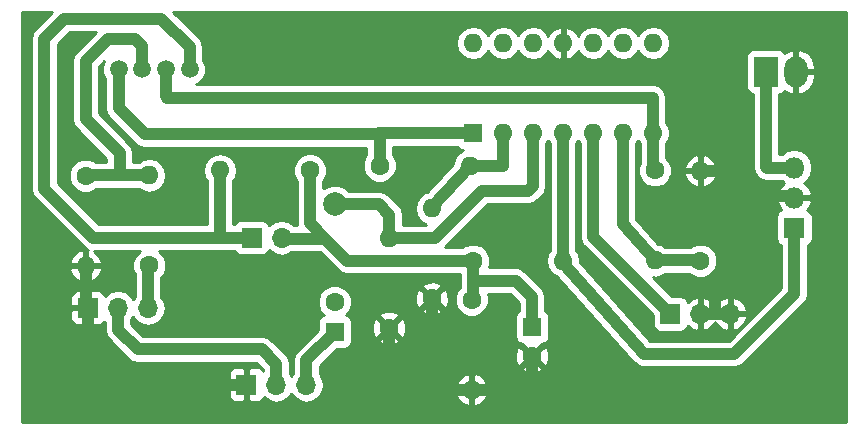
<source format=gbr>
G04 #@! TF.FileFunction,Copper,L2,Bot,Signal*
%FSLAX46Y46*%
G04 Gerber Fmt 4.6, Leading zero omitted, Abs format (unit mm)*
G04 Created by KiCad (PCBNEW 4.0.6+dfsg1-1) date Wed Oct 18 19:09:21 2017*
%MOMM*%
%LPD*%
G01*
G04 APERTURE LIST*
%ADD10C,0.100000*%
%ADD11O,1.600000X1.600000*%
%ADD12C,1.600000*%
%ADD13R,1.600000X1.600000*%
%ADD14O,1.700000X1.700000*%
%ADD15R,1.700000X1.700000*%
%ADD16O,2.000000X2.600000*%
%ADD17R,2.000000X2.600000*%
%ADD18C,1.508000*%
%ADD19O,1.800000X1.800000*%
%ADD20R,1.800000X1.800000*%
%ADD21C,2.000000*%
%ADD22C,1.000000*%
%ADD23C,0.250000*%
%ADD24C,0.254000*%
G04 APERTURE END LIST*
D10*
D11*
X152200000Y-104280000D03*
D12*
X152200000Y-111900000D03*
D11*
X159200000Y-117120000D03*
D12*
X159200000Y-109500000D03*
X164300000Y-114300000D03*
D13*
X164300000Y-111800000D03*
D12*
X147600000Y-109700000D03*
D13*
X147600000Y-112200000D03*
D14*
X145180000Y-116700000D03*
X142640000Y-116700000D03*
D15*
X140100000Y-116700000D03*
D14*
X131780000Y-110200000D03*
X129240000Y-110200000D03*
D15*
X126700000Y-110200000D03*
D14*
X181080000Y-110700000D03*
X178540000Y-110700000D03*
D15*
X176000000Y-110700000D03*
D14*
X143090000Y-104250000D03*
D15*
X140550000Y-104250000D03*
D16*
X186640000Y-90200000D03*
D17*
X184100000Y-90200000D03*
D18*
X129300000Y-90000000D03*
X131300000Y-90000000D03*
X133300000Y-90000000D03*
X135300000Y-90000000D03*
D11*
X155800000Y-101780000D03*
D12*
X155800000Y-109400000D03*
D11*
X159020000Y-98150000D03*
D12*
X151400000Y-98150000D03*
D11*
X131900000Y-98980000D03*
D12*
X131900000Y-106600000D03*
D11*
X126500000Y-106620000D03*
D12*
X126500000Y-99000000D03*
D11*
X178550000Y-98580000D03*
D12*
X178550000Y-106200000D03*
D11*
X174700000Y-106170000D03*
D12*
X174700000Y-98550000D03*
D11*
X137880000Y-98550000D03*
D12*
X145500000Y-98550000D03*
D11*
X166920000Y-106200000D03*
D12*
X159300000Y-106200000D03*
D11*
X159300000Y-87780000D03*
X174540000Y-95400000D03*
X161840000Y-87780000D03*
X172000000Y-95400000D03*
X164380000Y-87780000D03*
X169460000Y-95400000D03*
X166920000Y-87780000D03*
X166920000Y-95400000D03*
X169460000Y-87780000D03*
X164380000Y-95400000D03*
X172000000Y-87780000D03*
X161840000Y-95400000D03*
X174540000Y-87780000D03*
D13*
X159300000Y-95400000D03*
D19*
X186500000Y-98320000D03*
X186500000Y-100860000D03*
D20*
X186500000Y-103400000D03*
D21*
X135100000Y-99100000D03*
X135900000Y-116700000D03*
X147600000Y-101400000D03*
D22*
X159200000Y-117120000D02*
X163380000Y-117120000D01*
X164300000Y-116200000D02*
X164300000Y-114300000D01*
X163380000Y-117120000D02*
X164300000Y-116200000D01*
X155800000Y-109400000D02*
X155800000Y-117120000D01*
X156000000Y-117000000D02*
X156000000Y-117120000D01*
X155920000Y-117000000D02*
X156000000Y-117000000D01*
X155800000Y-117120000D02*
X155920000Y-117000000D01*
X159200000Y-117120000D02*
X156000000Y-117120000D01*
X156000000Y-117120000D02*
X153120000Y-117120000D01*
X152200000Y-116200000D02*
X152200000Y-111900000D01*
X153120000Y-117120000D02*
X152200000Y-116200000D01*
X140100000Y-116700000D02*
X135900000Y-116700000D01*
X135100000Y-99100000D02*
X135100000Y-99700000D01*
X126700000Y-110200000D02*
X126700000Y-112500000D01*
X130900000Y-116700000D02*
X140100000Y-116700000D01*
X126700000Y-112500000D02*
X130900000Y-116700000D01*
X126500000Y-106620000D02*
X126500000Y-110000000D01*
X126500000Y-110000000D02*
X126700000Y-110200000D01*
X179800000Y-110700000D02*
X179800000Y-108800000D01*
X181550000Y-107050000D02*
X181550000Y-100750000D01*
X179800000Y-108800000D02*
X181550000Y-107050000D01*
X178540000Y-110700000D02*
X179800000Y-110700000D01*
X179800000Y-110700000D02*
X181080000Y-110700000D01*
D23*
X126700000Y-106820000D02*
X126500000Y-106620000D01*
D22*
X181550000Y-100750000D02*
X181700000Y-100750000D01*
X181700000Y-100750000D02*
X186390000Y-100750000D01*
X186390000Y-100750000D02*
X186500000Y-100860000D01*
X178550000Y-98580000D02*
X181520000Y-98580000D01*
X181520000Y-98580000D02*
X181550000Y-98610000D01*
X181550000Y-98610000D02*
X181550000Y-100750000D01*
D23*
X159180000Y-117100000D02*
X159200000Y-117120000D01*
X159180000Y-117100000D02*
X159200000Y-117120000D01*
X186140000Y-100500000D02*
X186500000Y-100860000D01*
X179030000Y-98100000D02*
X178550000Y-98580000D01*
D22*
X159300000Y-107900000D02*
X162900000Y-107900000D01*
X164300000Y-109300000D02*
X164300000Y-111800000D01*
X162900000Y-107900000D02*
X164300000Y-109300000D01*
X159300000Y-106200000D02*
X159300000Y-107900000D01*
X159300000Y-107900000D02*
X159300000Y-109400000D01*
X159300000Y-109400000D02*
X159200000Y-109500000D01*
X159300000Y-106200000D02*
X148650000Y-106200000D01*
X148650000Y-106200000D02*
X146800000Y-104350000D01*
X145500000Y-98550000D02*
X145500000Y-103050000D01*
X145500000Y-103050000D02*
X146800000Y-104350000D01*
X146800000Y-104350000D02*
X143190000Y-104350000D01*
X143190000Y-104350000D02*
X143090000Y-104250000D01*
D23*
X159300000Y-109450000D02*
X159350000Y-109500000D01*
X159450000Y-109600000D02*
X159350000Y-109500000D01*
D22*
X152200000Y-104280000D02*
X152200000Y-102300000D01*
X151300000Y-101400000D02*
X147600000Y-101400000D01*
X152200000Y-102300000D02*
X151300000Y-101400000D01*
X164380000Y-95400000D02*
X164380000Y-99870000D01*
X156120000Y-104280000D02*
X152200000Y-104280000D01*
X160100000Y-100300000D02*
X156120000Y-104280000D01*
X163950000Y-100300000D02*
X160100000Y-100300000D01*
X164380000Y-99870000D02*
X163950000Y-100300000D01*
D23*
X164600000Y-95620000D02*
X164380000Y-95400000D01*
D22*
X145180000Y-116700000D02*
X145180000Y-114620000D01*
X145180000Y-114620000D02*
X147600000Y-112200000D01*
X186500000Y-98320000D02*
X184180000Y-98320000D01*
X184180000Y-98320000D02*
X184100000Y-98240000D01*
X184100000Y-98240000D02*
X184100000Y-90200000D01*
X129240000Y-110200000D02*
X129240000Y-112040000D01*
X142640000Y-114940000D02*
X142640000Y-116700000D01*
X141400000Y-113700000D02*
X142640000Y-114940000D01*
X130900000Y-113700000D02*
X141400000Y-113700000D01*
X129240000Y-112040000D02*
X130900000Y-113700000D01*
D23*
X129240000Y-110200000D02*
X129300000Y-110200000D01*
X129240000Y-110200000D02*
X129240000Y-110340000D01*
X184100000Y-98240000D02*
X184100000Y-90200000D01*
D22*
X131780000Y-110200000D02*
X131780000Y-106720000D01*
X131780000Y-106720000D02*
X131900000Y-106600000D01*
D23*
X131900000Y-106600000D02*
X131900000Y-106400000D01*
X131900000Y-106400000D02*
X131780000Y-106520000D01*
D22*
X169460000Y-95400000D02*
X169460000Y-104160000D01*
X169460000Y-104160000D02*
X176000000Y-110700000D01*
X135300000Y-90000000D02*
X135300000Y-88100000D01*
X127150000Y-104250000D02*
X140550000Y-104250000D01*
X123000000Y-100100000D02*
X127150000Y-104250000D01*
X123000000Y-87400000D02*
X123000000Y-100100000D01*
X124700000Y-85700000D02*
X123000000Y-87400000D01*
X132900000Y-85700000D02*
X124700000Y-85700000D01*
X135300000Y-88100000D02*
X132900000Y-85700000D01*
X140550000Y-104250000D02*
X138250000Y-104250000D01*
X138250000Y-104250000D02*
X138200000Y-104250000D01*
X137880000Y-103930000D02*
X137880000Y-98550000D01*
X138200000Y-104250000D02*
X137880000Y-103930000D01*
X129300000Y-90000000D02*
X129300000Y-93300000D01*
X131500000Y-95500000D02*
X151400000Y-95500000D01*
X129300000Y-93300000D02*
X131500000Y-95500000D01*
X151400000Y-98150000D02*
X151400000Y-95500000D01*
X151400000Y-95500000D02*
X151300000Y-95400000D01*
X159300000Y-95400000D02*
X151300000Y-95400000D01*
X159150000Y-95550000D02*
X159300000Y-95400000D01*
X129400000Y-98980000D02*
X129400000Y-97100000D01*
X126500000Y-94200000D02*
X126500000Y-89300000D01*
X129400000Y-97100000D02*
X126500000Y-94200000D01*
X131300000Y-88000000D02*
X131300000Y-90000000D01*
X126500000Y-89300000D02*
X128400000Y-87400000D01*
X128400000Y-87400000D02*
X130700000Y-87400000D01*
X130700000Y-87400000D02*
X131300000Y-88000000D01*
X126480000Y-98980000D02*
X129400000Y-98980000D01*
X129400000Y-98980000D02*
X131900000Y-98980000D01*
D23*
X131720000Y-98800000D02*
X131900000Y-98980000D01*
D22*
X133300000Y-90000000D02*
X133300000Y-92300000D01*
X174540000Y-92440000D02*
X174540000Y-95400000D01*
X174500000Y-92400000D02*
X174540000Y-92440000D01*
X133400000Y-92400000D02*
X174500000Y-92400000D01*
X133300000Y-92300000D02*
X133400000Y-92400000D01*
X174540000Y-95400000D02*
X174540000Y-98390000D01*
X174540000Y-98390000D02*
X174700000Y-98550000D01*
D23*
X174540000Y-98390000D02*
X174700000Y-98550000D01*
D22*
X186500000Y-108500000D02*
X186500000Y-109000000D01*
X186500000Y-109000000D02*
X185500000Y-110000000D01*
X185500000Y-110000000D02*
X181400000Y-114100000D01*
X166920000Y-106200000D02*
X166920000Y-106370000D01*
X166920000Y-106370000D02*
X173800000Y-114100000D01*
X173800000Y-114100000D02*
X181400000Y-114100000D01*
X186500000Y-108500000D02*
X186500000Y-103400000D01*
X166920000Y-95400000D02*
X166920000Y-106200000D01*
D23*
X166900000Y-95420000D02*
X166920000Y-95400000D01*
D22*
X159020000Y-98150000D02*
X161800000Y-98150000D01*
X161840000Y-98110000D02*
X161840000Y-95400000D01*
X161800000Y-98150000D02*
X161840000Y-98110000D01*
X155800000Y-101780000D02*
X155800000Y-101670000D01*
X155800000Y-101670000D02*
X159020000Y-98150000D01*
D23*
X159300000Y-98500000D02*
X159225000Y-98575000D01*
X155800000Y-101780000D02*
X155800000Y-101720000D01*
X159015000Y-98145000D02*
X159020000Y-98150000D01*
D22*
X174700000Y-106170000D02*
X178520000Y-106170000D01*
X178520000Y-106170000D02*
X178550000Y-106200000D01*
X172000000Y-95400000D02*
X172000000Y-103120000D01*
X172000000Y-103120000D02*
X174700000Y-106170000D01*
D23*
X172000000Y-103120000D02*
X174700000Y-106170000D01*
X178370000Y-105820000D02*
X178350000Y-105800000D01*
D24*
G36*
X122197434Y-86597434D02*
X121951397Y-86965654D01*
X121865000Y-87400000D01*
X121865000Y-100100000D01*
X121951397Y-100534346D01*
X122085033Y-100734346D01*
X122197434Y-100902566D01*
X126347434Y-105052566D01*
X126715654Y-105298603D01*
X126719363Y-105299341D01*
X126627000Y-105350085D01*
X126627000Y-106493000D01*
X127770629Y-106493000D01*
X127891914Y-106270959D01*
X127652389Y-105764866D01*
X127237423Y-105388959D01*
X127227864Y-105385000D01*
X131085953Y-105385000D01*
X130684176Y-105786077D01*
X130465250Y-106313309D01*
X130464752Y-106884187D01*
X130645000Y-107320421D01*
X130645000Y-109247984D01*
X130510000Y-109450026D01*
X130290054Y-109120853D01*
X129808285Y-108798946D01*
X129240000Y-108685907D01*
X128671715Y-108798946D01*
X128189946Y-109120853D01*
X128160597Y-109164777D01*
X128088327Y-108990302D01*
X127909699Y-108811673D01*
X127676310Y-108715000D01*
X126985750Y-108715000D01*
X126827000Y-108873750D01*
X126827000Y-110073000D01*
X126847000Y-110073000D01*
X126847000Y-110327000D01*
X126827000Y-110327000D01*
X126827000Y-111526250D01*
X126985750Y-111685000D01*
X127676310Y-111685000D01*
X127909699Y-111588327D01*
X128088327Y-111409698D01*
X128105000Y-111369446D01*
X128105000Y-112040000D01*
X128191397Y-112474346D01*
X128360976Y-112728139D01*
X128437434Y-112842566D01*
X130097434Y-114502567D01*
X130465655Y-114748604D01*
X130900000Y-114835000D01*
X140929868Y-114835000D01*
X141505000Y-115410132D01*
X141505000Y-115530554D01*
X141488327Y-115490302D01*
X141309699Y-115311673D01*
X141076310Y-115215000D01*
X140385750Y-115215000D01*
X140227000Y-115373750D01*
X140227000Y-116573000D01*
X140247000Y-116573000D01*
X140247000Y-116827000D01*
X140227000Y-116827000D01*
X140227000Y-118026250D01*
X140385750Y-118185000D01*
X141076310Y-118185000D01*
X141309699Y-118088327D01*
X141488327Y-117909698D01*
X141560597Y-117735223D01*
X141589946Y-117779147D01*
X142071715Y-118101054D01*
X142640000Y-118214093D01*
X143208285Y-118101054D01*
X143690054Y-117779147D01*
X143910000Y-117449974D01*
X144129946Y-117779147D01*
X144611715Y-118101054D01*
X145180000Y-118214093D01*
X145748285Y-118101054D01*
X146230054Y-117779147D01*
X146437259Y-117469041D01*
X157808086Y-117469041D01*
X158047611Y-117975134D01*
X158462577Y-118351041D01*
X158850961Y-118511904D01*
X159073000Y-118389915D01*
X159073000Y-117247000D01*
X159327000Y-117247000D01*
X159327000Y-118389915D01*
X159549039Y-118511904D01*
X159937423Y-118351041D01*
X160352389Y-117975134D01*
X160591914Y-117469041D01*
X160470629Y-117247000D01*
X159327000Y-117247000D01*
X159073000Y-117247000D01*
X157929371Y-117247000D01*
X157808086Y-117469041D01*
X146437259Y-117469041D01*
X146551961Y-117297378D01*
X146656672Y-116770959D01*
X157808086Y-116770959D01*
X157929371Y-116993000D01*
X159073000Y-116993000D01*
X159073000Y-115850085D01*
X159327000Y-115850085D01*
X159327000Y-116993000D01*
X160470629Y-116993000D01*
X160591914Y-116770959D01*
X160352389Y-116264866D01*
X159937423Y-115888959D01*
X159549039Y-115728096D01*
X159327000Y-115850085D01*
X159073000Y-115850085D01*
X158850961Y-115728096D01*
X158462577Y-115888959D01*
X158047611Y-116264866D01*
X157808086Y-116770959D01*
X146656672Y-116770959D01*
X146665000Y-116729093D01*
X146665000Y-116670907D01*
X146551961Y-116102622D01*
X146315000Y-115747984D01*
X146315000Y-115307745D01*
X163471861Y-115307745D01*
X163545995Y-115553864D01*
X164083223Y-115746965D01*
X164653454Y-115719778D01*
X165054005Y-115553864D01*
X165128139Y-115307745D01*
X164300000Y-114479605D01*
X163471861Y-115307745D01*
X146315000Y-115307745D01*
X146315000Y-115090132D01*
X147321909Y-114083223D01*
X162853035Y-114083223D01*
X162880222Y-114653454D01*
X163046136Y-115054005D01*
X163292255Y-115128139D01*
X164120395Y-114300000D01*
X164479605Y-114300000D01*
X165307745Y-115128139D01*
X165553864Y-115054005D01*
X165746965Y-114516777D01*
X165719778Y-113946546D01*
X165553864Y-113545995D01*
X165307745Y-113471861D01*
X164479605Y-114300000D01*
X164120395Y-114300000D01*
X163292255Y-113471861D01*
X163046136Y-113545995D01*
X162853035Y-114083223D01*
X147321909Y-114083223D01*
X147757692Y-113647440D01*
X148400000Y-113647440D01*
X148635317Y-113603162D01*
X148851441Y-113464090D01*
X148996431Y-113251890D01*
X149047440Y-113000000D01*
X149047440Y-112907745D01*
X151371861Y-112907745D01*
X151445995Y-113153864D01*
X151983223Y-113346965D01*
X152553454Y-113319778D01*
X152954005Y-113153864D01*
X153028139Y-112907745D01*
X152200000Y-112079605D01*
X151371861Y-112907745D01*
X149047440Y-112907745D01*
X149047440Y-111683223D01*
X150753035Y-111683223D01*
X150780222Y-112253454D01*
X150946136Y-112654005D01*
X151192255Y-112728139D01*
X152020395Y-111900000D01*
X152379605Y-111900000D01*
X153207745Y-112728139D01*
X153453864Y-112654005D01*
X153646965Y-112116777D01*
X153619778Y-111546546D01*
X153453864Y-111145995D01*
X153207745Y-111071861D01*
X152379605Y-111900000D01*
X152020395Y-111900000D01*
X151192255Y-111071861D01*
X150946136Y-111145995D01*
X150753035Y-111683223D01*
X149047440Y-111683223D01*
X149047440Y-111400000D01*
X149003162Y-111164683D01*
X148864090Y-110948559D01*
X148781687Y-110892255D01*
X151371861Y-110892255D01*
X152200000Y-111720395D01*
X153028139Y-110892255D01*
X152954005Y-110646136D01*
X152416777Y-110453035D01*
X151846546Y-110480222D01*
X151445995Y-110646136D01*
X151371861Y-110892255D01*
X148781687Y-110892255D01*
X148651890Y-110803569D01*
X148546959Y-110782320D01*
X148815824Y-110513923D01*
X148859912Y-110407745D01*
X154971861Y-110407745D01*
X155045995Y-110653864D01*
X155583223Y-110846965D01*
X156153454Y-110819778D01*
X156554005Y-110653864D01*
X156628139Y-110407745D01*
X155800000Y-109579605D01*
X154971861Y-110407745D01*
X148859912Y-110407745D01*
X149034750Y-109986691D01*
X149035248Y-109415813D01*
X148939144Y-109183223D01*
X154353035Y-109183223D01*
X154380222Y-109753454D01*
X154546136Y-110154005D01*
X154792255Y-110228139D01*
X155620395Y-109400000D01*
X155979605Y-109400000D01*
X156807745Y-110228139D01*
X157053864Y-110154005D01*
X157246965Y-109616777D01*
X157219778Y-109046546D01*
X157053864Y-108645995D01*
X156807745Y-108571861D01*
X155979605Y-109400000D01*
X155620395Y-109400000D01*
X154792255Y-108571861D01*
X154546136Y-108645995D01*
X154353035Y-109183223D01*
X148939144Y-109183223D01*
X148817243Y-108888200D01*
X148413923Y-108484176D01*
X148192553Y-108392255D01*
X154971861Y-108392255D01*
X155800000Y-109220395D01*
X156628139Y-108392255D01*
X156554005Y-108146136D01*
X156016777Y-107953035D01*
X155446546Y-107980222D01*
X155045995Y-108146136D01*
X154971861Y-108392255D01*
X148192553Y-108392255D01*
X147886691Y-108265250D01*
X147315813Y-108264752D01*
X146788200Y-108482757D01*
X146384176Y-108886077D01*
X146165250Y-109413309D01*
X146164752Y-109984187D01*
X146382757Y-110511800D01*
X146651072Y-110780583D01*
X146564683Y-110796838D01*
X146348559Y-110935910D01*
X146203569Y-111148110D01*
X146152560Y-111400000D01*
X146152560Y-112042308D01*
X144377434Y-113817434D01*
X144131397Y-114185654D01*
X144045000Y-114620000D01*
X144045000Y-115747984D01*
X143910000Y-115950026D01*
X143775000Y-115747984D01*
X143775000Y-114940000D01*
X143688603Y-114505654D01*
X143442566Y-114137434D01*
X142202566Y-112897434D01*
X142136118Y-112853035D01*
X141834346Y-112651397D01*
X141400000Y-112565000D01*
X131370133Y-112565000D01*
X130375000Y-111569868D01*
X130375000Y-111152016D01*
X130510000Y-110949974D01*
X130729946Y-111279147D01*
X131211715Y-111601054D01*
X131780000Y-111714093D01*
X132348285Y-111601054D01*
X132830054Y-111279147D01*
X133151961Y-110797378D01*
X133265000Y-110229093D01*
X133265000Y-110170907D01*
X133151961Y-109602622D01*
X132915000Y-109247984D01*
X132915000Y-107614397D01*
X133115824Y-107413923D01*
X133334750Y-106886691D01*
X133335248Y-106315813D01*
X133117243Y-105788200D01*
X132714746Y-105385000D01*
X139128808Y-105385000D01*
X139235910Y-105551441D01*
X139448110Y-105696431D01*
X139700000Y-105747440D01*
X141400000Y-105747440D01*
X141635317Y-105703162D01*
X141851441Y-105564090D01*
X141996431Y-105351890D01*
X142010086Y-105284459D01*
X142039946Y-105329147D01*
X142521715Y-105651054D01*
X143090000Y-105764093D01*
X143658285Y-105651054D01*
X143906803Y-105485000D01*
X146329868Y-105485000D01*
X147847434Y-107002566D01*
X148215654Y-107248603D01*
X148650000Y-107335000D01*
X158165000Y-107335000D01*
X158165000Y-108505568D01*
X157984176Y-108686077D01*
X157765250Y-109213309D01*
X157764752Y-109784187D01*
X157982757Y-110311800D01*
X158386077Y-110715824D01*
X158913309Y-110934750D01*
X159484187Y-110935248D01*
X160011800Y-110717243D01*
X160415824Y-110313923D01*
X160634750Y-109786691D01*
X160635248Y-109215813D01*
X160560538Y-109035000D01*
X162429868Y-109035000D01*
X163165000Y-109770132D01*
X163165000Y-110460982D01*
X163048559Y-110535910D01*
X162903569Y-110748110D01*
X162852560Y-111000000D01*
X162852560Y-112600000D01*
X162896838Y-112835317D01*
X163035910Y-113051441D01*
X163248110Y-113196431D01*
X163486201Y-113244646D01*
X163471861Y-113292255D01*
X164300000Y-114120395D01*
X165128139Y-113292255D01*
X165113855Y-113244833D01*
X165335317Y-113203162D01*
X165551441Y-113064090D01*
X165696431Y-112851890D01*
X165747440Y-112600000D01*
X165747440Y-111000000D01*
X165703162Y-110764683D01*
X165564090Y-110548559D01*
X165435000Y-110460356D01*
X165435000Y-109300000D01*
X165348603Y-108865654D01*
X165102566Y-108497434D01*
X163702566Y-107097434D01*
X163642652Y-107057401D01*
X163334346Y-106851397D01*
X162900000Y-106765000D01*
X160619186Y-106765000D01*
X160734750Y-106486691D01*
X160735248Y-105915813D01*
X160517243Y-105388200D01*
X160113923Y-104984176D01*
X159586691Y-104765250D01*
X159015813Y-104764752D01*
X158488200Y-104982757D01*
X158405813Y-105065000D01*
X156940132Y-105065000D01*
X160570132Y-101435000D01*
X163950000Y-101435000D01*
X164384346Y-101348603D01*
X164752566Y-101102566D01*
X165182566Y-100672566D01*
X165274485Y-100535000D01*
X165428603Y-100304346D01*
X165515000Y-99870000D01*
X165515000Y-96262767D01*
X165650000Y-96060725D01*
X165785000Y-96262767D01*
X165785000Y-105323272D01*
X165566120Y-105650849D01*
X165456887Y-106200000D01*
X165566120Y-106749151D01*
X165877189Y-107214698D01*
X166342736Y-107525767D01*
X166447839Y-107546673D01*
X172952174Y-114854597D01*
X172978855Y-114874761D01*
X172997434Y-114902566D01*
X173154640Y-115007608D01*
X173305484Y-115121606D01*
X173337849Y-115130024D01*
X173365654Y-115148603D01*
X173551101Y-115185491D01*
X173734078Y-115233083D01*
X173767198Y-115228475D01*
X173800000Y-115235000D01*
X181400000Y-115235000D01*
X181834346Y-115148603D01*
X182202566Y-114902566D01*
X186302566Y-110802566D01*
X187302567Y-109802566D01*
X187548604Y-109434345D01*
X187635000Y-109000000D01*
X187635000Y-104903222D01*
X187635317Y-104903162D01*
X187851441Y-104764090D01*
X187996431Y-104551890D01*
X188047440Y-104300000D01*
X188047440Y-102500000D01*
X188003162Y-102264683D01*
X187864090Y-102048559D01*
X187651890Y-101903569D01*
X187600854Y-101893234D01*
X187737966Y-101767576D01*
X187991046Y-101224742D01*
X187870997Y-100987000D01*
X186627000Y-100987000D01*
X186627000Y-101007000D01*
X186373000Y-101007000D01*
X186373000Y-100987000D01*
X185129003Y-100987000D01*
X185008954Y-101224742D01*
X185262034Y-101767576D01*
X185396538Y-101890844D01*
X185364683Y-101896838D01*
X185148559Y-102035910D01*
X185003569Y-102248110D01*
X184952560Y-102500000D01*
X184952560Y-104300000D01*
X184996838Y-104535317D01*
X185135910Y-104751441D01*
X185348110Y-104896431D01*
X185365000Y-104899851D01*
X185365000Y-108529867D01*
X184697434Y-109197434D01*
X180929868Y-112965000D01*
X174309252Y-112965000D01*
X168365765Y-106287216D01*
X168383113Y-106200000D01*
X168273880Y-105650849D01*
X168055000Y-105323272D01*
X168055000Y-96262767D01*
X168190000Y-96060725D01*
X168325000Y-96262767D01*
X168325000Y-104160000D01*
X168411397Y-104594346D01*
X168647327Y-104947440D01*
X168657434Y-104962566D01*
X174502560Y-110807692D01*
X174502560Y-111550000D01*
X174546838Y-111785317D01*
X174685910Y-112001441D01*
X174898110Y-112146431D01*
X175150000Y-112197440D01*
X176850000Y-112197440D01*
X177085317Y-112153162D01*
X177301441Y-112014090D01*
X177446431Y-111801890D01*
X177468301Y-111693893D01*
X177773076Y-111971645D01*
X178183110Y-112141476D01*
X178413000Y-112020155D01*
X178413000Y-110827000D01*
X178667000Y-110827000D01*
X178667000Y-112020155D01*
X178896890Y-112141476D01*
X179306924Y-111971645D01*
X179735183Y-111581358D01*
X179810000Y-111422046D01*
X179884817Y-111581358D01*
X180313076Y-111971645D01*
X180723110Y-112141476D01*
X180953000Y-112020155D01*
X180953000Y-110827000D01*
X181207000Y-110827000D01*
X181207000Y-112020155D01*
X181436890Y-112141476D01*
X181846924Y-111971645D01*
X182275183Y-111581358D01*
X182521486Y-111056892D01*
X182400819Y-110827000D01*
X181207000Y-110827000D01*
X180953000Y-110827000D01*
X178667000Y-110827000D01*
X178413000Y-110827000D01*
X178393000Y-110827000D01*
X178393000Y-110573000D01*
X178413000Y-110573000D01*
X178413000Y-109379845D01*
X178667000Y-109379845D01*
X178667000Y-110573000D01*
X180953000Y-110573000D01*
X180953000Y-109379845D01*
X181207000Y-109379845D01*
X181207000Y-110573000D01*
X182400819Y-110573000D01*
X182521486Y-110343108D01*
X182275183Y-109818642D01*
X181846924Y-109428355D01*
X181436890Y-109258524D01*
X181207000Y-109379845D01*
X180953000Y-109379845D01*
X180723110Y-109258524D01*
X180313076Y-109428355D01*
X179884817Y-109818642D01*
X179810000Y-109977954D01*
X179735183Y-109818642D01*
X179306924Y-109428355D01*
X178896890Y-109258524D01*
X178667000Y-109379845D01*
X178413000Y-109379845D01*
X178183110Y-109258524D01*
X177773076Y-109428355D01*
X177470063Y-109704501D01*
X177453162Y-109614683D01*
X177314090Y-109398559D01*
X177101890Y-109253569D01*
X176850000Y-109202560D01*
X176107692Y-109202560D01*
X174498081Y-107592949D01*
X174700000Y-107633113D01*
X175249151Y-107523880D01*
X175576728Y-107305000D01*
X177625446Y-107305000D01*
X177736077Y-107415824D01*
X178263309Y-107634750D01*
X178834187Y-107635248D01*
X179361800Y-107417243D01*
X179765824Y-107013923D01*
X179984750Y-106486691D01*
X179985248Y-105915813D01*
X179767243Y-105388200D01*
X179363923Y-104984176D01*
X178836691Y-104765250D01*
X178265813Y-104764752D01*
X177738200Y-104982757D01*
X177685866Y-105035000D01*
X175576728Y-105035000D01*
X175249151Y-104816120D01*
X174967771Y-104760150D01*
X173135000Y-102689798D01*
X173135000Y-96262767D01*
X173270000Y-96060725D01*
X173405000Y-96262767D01*
X173405000Y-97926754D01*
X173265250Y-98263309D01*
X173264752Y-98834187D01*
X173482757Y-99361800D01*
X173886077Y-99765824D01*
X174413309Y-99984750D01*
X174984187Y-99985248D01*
X175511800Y-99767243D01*
X175915824Y-99363923D01*
X176096402Y-98929041D01*
X177158086Y-98929041D01*
X177397611Y-99435134D01*
X177812577Y-99811041D01*
X178200961Y-99971904D01*
X178423000Y-99849915D01*
X178423000Y-98707000D01*
X178677000Y-98707000D01*
X178677000Y-99849915D01*
X178899039Y-99971904D01*
X179287423Y-99811041D01*
X179702389Y-99435134D01*
X179941914Y-98929041D01*
X179820629Y-98707000D01*
X178677000Y-98707000D01*
X178423000Y-98707000D01*
X177279371Y-98707000D01*
X177158086Y-98929041D01*
X176096402Y-98929041D01*
X176134750Y-98836691D01*
X176135248Y-98265813D01*
X176120847Y-98230959D01*
X177158086Y-98230959D01*
X177279371Y-98453000D01*
X178423000Y-98453000D01*
X178423000Y-97310085D01*
X178677000Y-97310085D01*
X178677000Y-98453000D01*
X179820629Y-98453000D01*
X179941914Y-98230959D01*
X179702389Y-97724866D01*
X179287423Y-97348959D01*
X178899039Y-97188096D01*
X178677000Y-97310085D01*
X178423000Y-97310085D01*
X178200961Y-97188096D01*
X177812577Y-97348959D01*
X177397611Y-97724866D01*
X177158086Y-98230959D01*
X176120847Y-98230959D01*
X175917243Y-97738200D01*
X175675000Y-97495534D01*
X175675000Y-96262767D01*
X175865767Y-95977264D01*
X175975000Y-95428113D01*
X175975000Y-95371887D01*
X175865767Y-94822736D01*
X175675000Y-94537233D01*
X175675000Y-92440000D01*
X175588604Y-92005655D01*
X175342567Y-91637434D01*
X175302566Y-91597434D01*
X174934346Y-91351397D01*
X174500000Y-91265000D01*
X135875761Y-91265000D01*
X136085777Y-91178223D01*
X136476850Y-90787833D01*
X136688758Y-90277501D01*
X136689240Y-89724923D01*
X136478223Y-89214223D01*
X136435000Y-89170924D01*
X136435000Y-88100000D01*
X136365756Y-87751887D01*
X157865000Y-87751887D01*
X157865000Y-87808113D01*
X157974233Y-88357264D01*
X158285302Y-88822811D01*
X158750849Y-89133880D01*
X159300000Y-89243113D01*
X159849151Y-89133880D01*
X160314698Y-88822811D01*
X160570000Y-88440725D01*
X160825302Y-88822811D01*
X161290849Y-89133880D01*
X161840000Y-89243113D01*
X162389151Y-89133880D01*
X162854698Y-88822811D01*
X163110000Y-88440725D01*
X163365302Y-88822811D01*
X163830849Y-89133880D01*
X164380000Y-89243113D01*
X164929151Y-89133880D01*
X165394698Y-88822811D01*
X165664986Y-88418297D01*
X165767611Y-88635134D01*
X166182577Y-89011041D01*
X166570961Y-89171904D01*
X166793000Y-89049915D01*
X166793000Y-87907000D01*
X166773000Y-87907000D01*
X166773000Y-87653000D01*
X166793000Y-87653000D01*
X166793000Y-86510085D01*
X167047000Y-86510085D01*
X167047000Y-87653000D01*
X167067000Y-87653000D01*
X167067000Y-87907000D01*
X167047000Y-87907000D01*
X167047000Y-89049915D01*
X167269039Y-89171904D01*
X167657423Y-89011041D01*
X168072389Y-88635134D01*
X168175014Y-88418297D01*
X168445302Y-88822811D01*
X168910849Y-89133880D01*
X169460000Y-89243113D01*
X170009151Y-89133880D01*
X170474698Y-88822811D01*
X170730000Y-88440725D01*
X170985302Y-88822811D01*
X171450849Y-89133880D01*
X172000000Y-89243113D01*
X172549151Y-89133880D01*
X173014698Y-88822811D01*
X173270000Y-88440725D01*
X173525302Y-88822811D01*
X173990849Y-89133880D01*
X174540000Y-89243113D01*
X175089151Y-89133880D01*
X175439176Y-88900000D01*
X182452560Y-88900000D01*
X182452560Y-91500000D01*
X182496838Y-91735317D01*
X182635910Y-91951441D01*
X182848110Y-92096431D01*
X182965000Y-92120102D01*
X182965000Y-98240000D01*
X183051397Y-98674346D01*
X183245606Y-98965000D01*
X183297434Y-99042566D01*
X183377434Y-99122566D01*
X183745654Y-99368603D01*
X184180000Y-99455000D01*
X185443803Y-99455000D01*
X185652582Y-99594501D01*
X185262034Y-99952424D01*
X185008954Y-100495258D01*
X185129003Y-100733000D01*
X186373000Y-100733000D01*
X186373000Y-100713000D01*
X186627000Y-100713000D01*
X186627000Y-100733000D01*
X187870997Y-100733000D01*
X187991046Y-100495258D01*
X187737966Y-99952424D01*
X187347418Y-99594501D01*
X187585409Y-99435481D01*
X187918155Y-98937491D01*
X188035000Y-98350072D01*
X188035000Y-98289928D01*
X187918155Y-97702509D01*
X187585409Y-97204519D01*
X187087419Y-96871773D01*
X186500000Y-96754928D01*
X185912581Y-96871773D01*
X185443803Y-97185000D01*
X185235000Y-97185000D01*
X185235000Y-92122038D01*
X185335317Y-92103162D01*
X185551441Y-91964090D01*
X185665349Y-91797380D01*
X186131645Y-92059144D01*
X186259566Y-92090124D01*
X186513000Y-91970777D01*
X186513000Y-90327000D01*
X186767000Y-90327000D01*
X186767000Y-91970777D01*
X187020434Y-92090124D01*
X187148355Y-92059144D01*
X187706317Y-91745922D01*
X188101942Y-91243020D01*
X188275000Y-90627000D01*
X188275000Y-90327000D01*
X186767000Y-90327000D01*
X186513000Y-90327000D01*
X186493000Y-90327000D01*
X186493000Y-90073000D01*
X186513000Y-90073000D01*
X186513000Y-88429223D01*
X186767000Y-88429223D01*
X186767000Y-90073000D01*
X188275000Y-90073000D01*
X188275000Y-89773000D01*
X188101942Y-89156980D01*
X187706317Y-88654078D01*
X187148355Y-88340856D01*
X187020434Y-88309876D01*
X186767000Y-88429223D01*
X186513000Y-88429223D01*
X186259566Y-88309876D01*
X186131645Y-88340856D01*
X185663789Y-88603495D01*
X185564090Y-88448559D01*
X185351890Y-88303569D01*
X185100000Y-88252560D01*
X183100000Y-88252560D01*
X182864683Y-88296838D01*
X182648559Y-88435910D01*
X182503569Y-88648110D01*
X182452560Y-88900000D01*
X175439176Y-88900000D01*
X175554698Y-88822811D01*
X175865767Y-88357264D01*
X175975000Y-87808113D01*
X175975000Y-87751887D01*
X175865767Y-87202736D01*
X175554698Y-86737189D01*
X175089151Y-86426120D01*
X174540000Y-86316887D01*
X173990849Y-86426120D01*
X173525302Y-86737189D01*
X173270000Y-87119275D01*
X173014698Y-86737189D01*
X172549151Y-86426120D01*
X172000000Y-86316887D01*
X171450849Y-86426120D01*
X170985302Y-86737189D01*
X170730000Y-87119275D01*
X170474698Y-86737189D01*
X170009151Y-86426120D01*
X169460000Y-86316887D01*
X168910849Y-86426120D01*
X168445302Y-86737189D01*
X168175014Y-87141703D01*
X168072389Y-86924866D01*
X167657423Y-86548959D01*
X167269039Y-86388096D01*
X167047000Y-86510085D01*
X166793000Y-86510085D01*
X166570961Y-86388096D01*
X166182577Y-86548959D01*
X165767611Y-86924866D01*
X165664986Y-87141703D01*
X165394698Y-86737189D01*
X164929151Y-86426120D01*
X164380000Y-86316887D01*
X163830849Y-86426120D01*
X163365302Y-86737189D01*
X163110000Y-87119275D01*
X162854698Y-86737189D01*
X162389151Y-86426120D01*
X161840000Y-86316887D01*
X161290849Y-86426120D01*
X160825302Y-86737189D01*
X160570000Y-87119275D01*
X160314698Y-86737189D01*
X159849151Y-86426120D01*
X159300000Y-86316887D01*
X158750849Y-86426120D01*
X158285302Y-86737189D01*
X157974233Y-87202736D01*
X157865000Y-87751887D01*
X136365756Y-87751887D01*
X136348604Y-87665655D01*
X136102567Y-87297434D01*
X133932132Y-85127000D01*
X190873000Y-85127000D01*
X190873000Y-119873000D01*
X121127000Y-119873000D01*
X121127000Y-116985750D01*
X138615000Y-116985750D01*
X138615000Y-117676309D01*
X138711673Y-117909698D01*
X138890301Y-118088327D01*
X139123690Y-118185000D01*
X139814250Y-118185000D01*
X139973000Y-118026250D01*
X139973000Y-116827000D01*
X138773750Y-116827000D01*
X138615000Y-116985750D01*
X121127000Y-116985750D01*
X121127000Y-115723691D01*
X138615000Y-115723691D01*
X138615000Y-116414250D01*
X138773750Y-116573000D01*
X139973000Y-116573000D01*
X139973000Y-115373750D01*
X139814250Y-115215000D01*
X139123690Y-115215000D01*
X138890301Y-115311673D01*
X138711673Y-115490302D01*
X138615000Y-115723691D01*
X121127000Y-115723691D01*
X121127000Y-110485750D01*
X125215000Y-110485750D01*
X125215000Y-111176309D01*
X125311673Y-111409698D01*
X125490301Y-111588327D01*
X125723690Y-111685000D01*
X126414250Y-111685000D01*
X126573000Y-111526250D01*
X126573000Y-110327000D01*
X125373750Y-110327000D01*
X125215000Y-110485750D01*
X121127000Y-110485750D01*
X121127000Y-109223691D01*
X125215000Y-109223691D01*
X125215000Y-109914250D01*
X125373750Y-110073000D01*
X126573000Y-110073000D01*
X126573000Y-108873750D01*
X126414250Y-108715000D01*
X125723690Y-108715000D01*
X125490301Y-108811673D01*
X125311673Y-108990302D01*
X125215000Y-109223691D01*
X121127000Y-109223691D01*
X121127000Y-106969041D01*
X125108086Y-106969041D01*
X125347611Y-107475134D01*
X125762577Y-107851041D01*
X126150961Y-108011904D01*
X126373000Y-107889915D01*
X126373000Y-106747000D01*
X126627000Y-106747000D01*
X126627000Y-107889915D01*
X126849039Y-108011904D01*
X127237423Y-107851041D01*
X127652389Y-107475134D01*
X127891914Y-106969041D01*
X127770629Y-106747000D01*
X126627000Y-106747000D01*
X126373000Y-106747000D01*
X125229371Y-106747000D01*
X125108086Y-106969041D01*
X121127000Y-106969041D01*
X121127000Y-106270959D01*
X125108086Y-106270959D01*
X125229371Y-106493000D01*
X126373000Y-106493000D01*
X126373000Y-105350085D01*
X126150961Y-105228096D01*
X125762577Y-105388959D01*
X125347611Y-105764866D01*
X125108086Y-106270959D01*
X121127000Y-106270959D01*
X121127000Y-85127000D01*
X123667868Y-85127000D01*
X122197434Y-86597434D01*
X122197434Y-86597434D01*
G37*
X122197434Y-86597434D02*
X121951397Y-86965654D01*
X121865000Y-87400000D01*
X121865000Y-100100000D01*
X121951397Y-100534346D01*
X122085033Y-100734346D01*
X122197434Y-100902566D01*
X126347434Y-105052566D01*
X126715654Y-105298603D01*
X126719363Y-105299341D01*
X126627000Y-105350085D01*
X126627000Y-106493000D01*
X127770629Y-106493000D01*
X127891914Y-106270959D01*
X127652389Y-105764866D01*
X127237423Y-105388959D01*
X127227864Y-105385000D01*
X131085953Y-105385000D01*
X130684176Y-105786077D01*
X130465250Y-106313309D01*
X130464752Y-106884187D01*
X130645000Y-107320421D01*
X130645000Y-109247984D01*
X130510000Y-109450026D01*
X130290054Y-109120853D01*
X129808285Y-108798946D01*
X129240000Y-108685907D01*
X128671715Y-108798946D01*
X128189946Y-109120853D01*
X128160597Y-109164777D01*
X128088327Y-108990302D01*
X127909699Y-108811673D01*
X127676310Y-108715000D01*
X126985750Y-108715000D01*
X126827000Y-108873750D01*
X126827000Y-110073000D01*
X126847000Y-110073000D01*
X126847000Y-110327000D01*
X126827000Y-110327000D01*
X126827000Y-111526250D01*
X126985750Y-111685000D01*
X127676310Y-111685000D01*
X127909699Y-111588327D01*
X128088327Y-111409698D01*
X128105000Y-111369446D01*
X128105000Y-112040000D01*
X128191397Y-112474346D01*
X128360976Y-112728139D01*
X128437434Y-112842566D01*
X130097434Y-114502567D01*
X130465655Y-114748604D01*
X130900000Y-114835000D01*
X140929868Y-114835000D01*
X141505000Y-115410132D01*
X141505000Y-115530554D01*
X141488327Y-115490302D01*
X141309699Y-115311673D01*
X141076310Y-115215000D01*
X140385750Y-115215000D01*
X140227000Y-115373750D01*
X140227000Y-116573000D01*
X140247000Y-116573000D01*
X140247000Y-116827000D01*
X140227000Y-116827000D01*
X140227000Y-118026250D01*
X140385750Y-118185000D01*
X141076310Y-118185000D01*
X141309699Y-118088327D01*
X141488327Y-117909698D01*
X141560597Y-117735223D01*
X141589946Y-117779147D01*
X142071715Y-118101054D01*
X142640000Y-118214093D01*
X143208285Y-118101054D01*
X143690054Y-117779147D01*
X143910000Y-117449974D01*
X144129946Y-117779147D01*
X144611715Y-118101054D01*
X145180000Y-118214093D01*
X145748285Y-118101054D01*
X146230054Y-117779147D01*
X146437259Y-117469041D01*
X157808086Y-117469041D01*
X158047611Y-117975134D01*
X158462577Y-118351041D01*
X158850961Y-118511904D01*
X159073000Y-118389915D01*
X159073000Y-117247000D01*
X159327000Y-117247000D01*
X159327000Y-118389915D01*
X159549039Y-118511904D01*
X159937423Y-118351041D01*
X160352389Y-117975134D01*
X160591914Y-117469041D01*
X160470629Y-117247000D01*
X159327000Y-117247000D01*
X159073000Y-117247000D01*
X157929371Y-117247000D01*
X157808086Y-117469041D01*
X146437259Y-117469041D01*
X146551961Y-117297378D01*
X146656672Y-116770959D01*
X157808086Y-116770959D01*
X157929371Y-116993000D01*
X159073000Y-116993000D01*
X159073000Y-115850085D01*
X159327000Y-115850085D01*
X159327000Y-116993000D01*
X160470629Y-116993000D01*
X160591914Y-116770959D01*
X160352389Y-116264866D01*
X159937423Y-115888959D01*
X159549039Y-115728096D01*
X159327000Y-115850085D01*
X159073000Y-115850085D01*
X158850961Y-115728096D01*
X158462577Y-115888959D01*
X158047611Y-116264866D01*
X157808086Y-116770959D01*
X146656672Y-116770959D01*
X146665000Y-116729093D01*
X146665000Y-116670907D01*
X146551961Y-116102622D01*
X146315000Y-115747984D01*
X146315000Y-115307745D01*
X163471861Y-115307745D01*
X163545995Y-115553864D01*
X164083223Y-115746965D01*
X164653454Y-115719778D01*
X165054005Y-115553864D01*
X165128139Y-115307745D01*
X164300000Y-114479605D01*
X163471861Y-115307745D01*
X146315000Y-115307745D01*
X146315000Y-115090132D01*
X147321909Y-114083223D01*
X162853035Y-114083223D01*
X162880222Y-114653454D01*
X163046136Y-115054005D01*
X163292255Y-115128139D01*
X164120395Y-114300000D01*
X164479605Y-114300000D01*
X165307745Y-115128139D01*
X165553864Y-115054005D01*
X165746965Y-114516777D01*
X165719778Y-113946546D01*
X165553864Y-113545995D01*
X165307745Y-113471861D01*
X164479605Y-114300000D01*
X164120395Y-114300000D01*
X163292255Y-113471861D01*
X163046136Y-113545995D01*
X162853035Y-114083223D01*
X147321909Y-114083223D01*
X147757692Y-113647440D01*
X148400000Y-113647440D01*
X148635317Y-113603162D01*
X148851441Y-113464090D01*
X148996431Y-113251890D01*
X149047440Y-113000000D01*
X149047440Y-112907745D01*
X151371861Y-112907745D01*
X151445995Y-113153864D01*
X151983223Y-113346965D01*
X152553454Y-113319778D01*
X152954005Y-113153864D01*
X153028139Y-112907745D01*
X152200000Y-112079605D01*
X151371861Y-112907745D01*
X149047440Y-112907745D01*
X149047440Y-111683223D01*
X150753035Y-111683223D01*
X150780222Y-112253454D01*
X150946136Y-112654005D01*
X151192255Y-112728139D01*
X152020395Y-111900000D01*
X152379605Y-111900000D01*
X153207745Y-112728139D01*
X153453864Y-112654005D01*
X153646965Y-112116777D01*
X153619778Y-111546546D01*
X153453864Y-111145995D01*
X153207745Y-111071861D01*
X152379605Y-111900000D01*
X152020395Y-111900000D01*
X151192255Y-111071861D01*
X150946136Y-111145995D01*
X150753035Y-111683223D01*
X149047440Y-111683223D01*
X149047440Y-111400000D01*
X149003162Y-111164683D01*
X148864090Y-110948559D01*
X148781687Y-110892255D01*
X151371861Y-110892255D01*
X152200000Y-111720395D01*
X153028139Y-110892255D01*
X152954005Y-110646136D01*
X152416777Y-110453035D01*
X151846546Y-110480222D01*
X151445995Y-110646136D01*
X151371861Y-110892255D01*
X148781687Y-110892255D01*
X148651890Y-110803569D01*
X148546959Y-110782320D01*
X148815824Y-110513923D01*
X148859912Y-110407745D01*
X154971861Y-110407745D01*
X155045995Y-110653864D01*
X155583223Y-110846965D01*
X156153454Y-110819778D01*
X156554005Y-110653864D01*
X156628139Y-110407745D01*
X155800000Y-109579605D01*
X154971861Y-110407745D01*
X148859912Y-110407745D01*
X149034750Y-109986691D01*
X149035248Y-109415813D01*
X148939144Y-109183223D01*
X154353035Y-109183223D01*
X154380222Y-109753454D01*
X154546136Y-110154005D01*
X154792255Y-110228139D01*
X155620395Y-109400000D01*
X155979605Y-109400000D01*
X156807745Y-110228139D01*
X157053864Y-110154005D01*
X157246965Y-109616777D01*
X157219778Y-109046546D01*
X157053864Y-108645995D01*
X156807745Y-108571861D01*
X155979605Y-109400000D01*
X155620395Y-109400000D01*
X154792255Y-108571861D01*
X154546136Y-108645995D01*
X154353035Y-109183223D01*
X148939144Y-109183223D01*
X148817243Y-108888200D01*
X148413923Y-108484176D01*
X148192553Y-108392255D01*
X154971861Y-108392255D01*
X155800000Y-109220395D01*
X156628139Y-108392255D01*
X156554005Y-108146136D01*
X156016777Y-107953035D01*
X155446546Y-107980222D01*
X155045995Y-108146136D01*
X154971861Y-108392255D01*
X148192553Y-108392255D01*
X147886691Y-108265250D01*
X147315813Y-108264752D01*
X146788200Y-108482757D01*
X146384176Y-108886077D01*
X146165250Y-109413309D01*
X146164752Y-109984187D01*
X146382757Y-110511800D01*
X146651072Y-110780583D01*
X146564683Y-110796838D01*
X146348559Y-110935910D01*
X146203569Y-111148110D01*
X146152560Y-111400000D01*
X146152560Y-112042308D01*
X144377434Y-113817434D01*
X144131397Y-114185654D01*
X144045000Y-114620000D01*
X144045000Y-115747984D01*
X143910000Y-115950026D01*
X143775000Y-115747984D01*
X143775000Y-114940000D01*
X143688603Y-114505654D01*
X143442566Y-114137434D01*
X142202566Y-112897434D01*
X142136118Y-112853035D01*
X141834346Y-112651397D01*
X141400000Y-112565000D01*
X131370133Y-112565000D01*
X130375000Y-111569868D01*
X130375000Y-111152016D01*
X130510000Y-110949974D01*
X130729946Y-111279147D01*
X131211715Y-111601054D01*
X131780000Y-111714093D01*
X132348285Y-111601054D01*
X132830054Y-111279147D01*
X133151961Y-110797378D01*
X133265000Y-110229093D01*
X133265000Y-110170907D01*
X133151961Y-109602622D01*
X132915000Y-109247984D01*
X132915000Y-107614397D01*
X133115824Y-107413923D01*
X133334750Y-106886691D01*
X133335248Y-106315813D01*
X133117243Y-105788200D01*
X132714746Y-105385000D01*
X139128808Y-105385000D01*
X139235910Y-105551441D01*
X139448110Y-105696431D01*
X139700000Y-105747440D01*
X141400000Y-105747440D01*
X141635317Y-105703162D01*
X141851441Y-105564090D01*
X141996431Y-105351890D01*
X142010086Y-105284459D01*
X142039946Y-105329147D01*
X142521715Y-105651054D01*
X143090000Y-105764093D01*
X143658285Y-105651054D01*
X143906803Y-105485000D01*
X146329868Y-105485000D01*
X147847434Y-107002566D01*
X148215654Y-107248603D01*
X148650000Y-107335000D01*
X158165000Y-107335000D01*
X158165000Y-108505568D01*
X157984176Y-108686077D01*
X157765250Y-109213309D01*
X157764752Y-109784187D01*
X157982757Y-110311800D01*
X158386077Y-110715824D01*
X158913309Y-110934750D01*
X159484187Y-110935248D01*
X160011800Y-110717243D01*
X160415824Y-110313923D01*
X160634750Y-109786691D01*
X160635248Y-109215813D01*
X160560538Y-109035000D01*
X162429868Y-109035000D01*
X163165000Y-109770132D01*
X163165000Y-110460982D01*
X163048559Y-110535910D01*
X162903569Y-110748110D01*
X162852560Y-111000000D01*
X162852560Y-112600000D01*
X162896838Y-112835317D01*
X163035910Y-113051441D01*
X163248110Y-113196431D01*
X163486201Y-113244646D01*
X163471861Y-113292255D01*
X164300000Y-114120395D01*
X165128139Y-113292255D01*
X165113855Y-113244833D01*
X165335317Y-113203162D01*
X165551441Y-113064090D01*
X165696431Y-112851890D01*
X165747440Y-112600000D01*
X165747440Y-111000000D01*
X165703162Y-110764683D01*
X165564090Y-110548559D01*
X165435000Y-110460356D01*
X165435000Y-109300000D01*
X165348603Y-108865654D01*
X165102566Y-108497434D01*
X163702566Y-107097434D01*
X163642652Y-107057401D01*
X163334346Y-106851397D01*
X162900000Y-106765000D01*
X160619186Y-106765000D01*
X160734750Y-106486691D01*
X160735248Y-105915813D01*
X160517243Y-105388200D01*
X160113923Y-104984176D01*
X159586691Y-104765250D01*
X159015813Y-104764752D01*
X158488200Y-104982757D01*
X158405813Y-105065000D01*
X156940132Y-105065000D01*
X160570132Y-101435000D01*
X163950000Y-101435000D01*
X164384346Y-101348603D01*
X164752566Y-101102566D01*
X165182566Y-100672566D01*
X165274485Y-100535000D01*
X165428603Y-100304346D01*
X165515000Y-99870000D01*
X165515000Y-96262767D01*
X165650000Y-96060725D01*
X165785000Y-96262767D01*
X165785000Y-105323272D01*
X165566120Y-105650849D01*
X165456887Y-106200000D01*
X165566120Y-106749151D01*
X165877189Y-107214698D01*
X166342736Y-107525767D01*
X166447839Y-107546673D01*
X172952174Y-114854597D01*
X172978855Y-114874761D01*
X172997434Y-114902566D01*
X173154640Y-115007608D01*
X173305484Y-115121606D01*
X173337849Y-115130024D01*
X173365654Y-115148603D01*
X173551101Y-115185491D01*
X173734078Y-115233083D01*
X173767198Y-115228475D01*
X173800000Y-115235000D01*
X181400000Y-115235000D01*
X181834346Y-115148603D01*
X182202566Y-114902566D01*
X186302566Y-110802566D01*
X187302567Y-109802566D01*
X187548604Y-109434345D01*
X187635000Y-109000000D01*
X187635000Y-104903222D01*
X187635317Y-104903162D01*
X187851441Y-104764090D01*
X187996431Y-104551890D01*
X188047440Y-104300000D01*
X188047440Y-102500000D01*
X188003162Y-102264683D01*
X187864090Y-102048559D01*
X187651890Y-101903569D01*
X187600854Y-101893234D01*
X187737966Y-101767576D01*
X187991046Y-101224742D01*
X187870997Y-100987000D01*
X186627000Y-100987000D01*
X186627000Y-101007000D01*
X186373000Y-101007000D01*
X186373000Y-100987000D01*
X185129003Y-100987000D01*
X185008954Y-101224742D01*
X185262034Y-101767576D01*
X185396538Y-101890844D01*
X185364683Y-101896838D01*
X185148559Y-102035910D01*
X185003569Y-102248110D01*
X184952560Y-102500000D01*
X184952560Y-104300000D01*
X184996838Y-104535317D01*
X185135910Y-104751441D01*
X185348110Y-104896431D01*
X185365000Y-104899851D01*
X185365000Y-108529867D01*
X184697434Y-109197434D01*
X180929868Y-112965000D01*
X174309252Y-112965000D01*
X168365765Y-106287216D01*
X168383113Y-106200000D01*
X168273880Y-105650849D01*
X168055000Y-105323272D01*
X168055000Y-96262767D01*
X168190000Y-96060725D01*
X168325000Y-96262767D01*
X168325000Y-104160000D01*
X168411397Y-104594346D01*
X168647327Y-104947440D01*
X168657434Y-104962566D01*
X174502560Y-110807692D01*
X174502560Y-111550000D01*
X174546838Y-111785317D01*
X174685910Y-112001441D01*
X174898110Y-112146431D01*
X175150000Y-112197440D01*
X176850000Y-112197440D01*
X177085317Y-112153162D01*
X177301441Y-112014090D01*
X177446431Y-111801890D01*
X177468301Y-111693893D01*
X177773076Y-111971645D01*
X178183110Y-112141476D01*
X178413000Y-112020155D01*
X178413000Y-110827000D01*
X178667000Y-110827000D01*
X178667000Y-112020155D01*
X178896890Y-112141476D01*
X179306924Y-111971645D01*
X179735183Y-111581358D01*
X179810000Y-111422046D01*
X179884817Y-111581358D01*
X180313076Y-111971645D01*
X180723110Y-112141476D01*
X180953000Y-112020155D01*
X180953000Y-110827000D01*
X181207000Y-110827000D01*
X181207000Y-112020155D01*
X181436890Y-112141476D01*
X181846924Y-111971645D01*
X182275183Y-111581358D01*
X182521486Y-111056892D01*
X182400819Y-110827000D01*
X181207000Y-110827000D01*
X180953000Y-110827000D01*
X178667000Y-110827000D01*
X178413000Y-110827000D01*
X178393000Y-110827000D01*
X178393000Y-110573000D01*
X178413000Y-110573000D01*
X178413000Y-109379845D01*
X178667000Y-109379845D01*
X178667000Y-110573000D01*
X180953000Y-110573000D01*
X180953000Y-109379845D01*
X181207000Y-109379845D01*
X181207000Y-110573000D01*
X182400819Y-110573000D01*
X182521486Y-110343108D01*
X182275183Y-109818642D01*
X181846924Y-109428355D01*
X181436890Y-109258524D01*
X181207000Y-109379845D01*
X180953000Y-109379845D01*
X180723110Y-109258524D01*
X180313076Y-109428355D01*
X179884817Y-109818642D01*
X179810000Y-109977954D01*
X179735183Y-109818642D01*
X179306924Y-109428355D01*
X178896890Y-109258524D01*
X178667000Y-109379845D01*
X178413000Y-109379845D01*
X178183110Y-109258524D01*
X177773076Y-109428355D01*
X177470063Y-109704501D01*
X177453162Y-109614683D01*
X177314090Y-109398559D01*
X177101890Y-109253569D01*
X176850000Y-109202560D01*
X176107692Y-109202560D01*
X174498081Y-107592949D01*
X174700000Y-107633113D01*
X175249151Y-107523880D01*
X175576728Y-107305000D01*
X177625446Y-107305000D01*
X177736077Y-107415824D01*
X178263309Y-107634750D01*
X178834187Y-107635248D01*
X179361800Y-107417243D01*
X179765824Y-107013923D01*
X179984750Y-106486691D01*
X179985248Y-105915813D01*
X179767243Y-105388200D01*
X179363923Y-104984176D01*
X178836691Y-104765250D01*
X178265813Y-104764752D01*
X177738200Y-104982757D01*
X177685866Y-105035000D01*
X175576728Y-105035000D01*
X175249151Y-104816120D01*
X174967771Y-104760150D01*
X173135000Y-102689798D01*
X173135000Y-96262767D01*
X173270000Y-96060725D01*
X173405000Y-96262767D01*
X173405000Y-97926754D01*
X173265250Y-98263309D01*
X173264752Y-98834187D01*
X173482757Y-99361800D01*
X173886077Y-99765824D01*
X174413309Y-99984750D01*
X174984187Y-99985248D01*
X175511800Y-99767243D01*
X175915824Y-99363923D01*
X176096402Y-98929041D01*
X177158086Y-98929041D01*
X177397611Y-99435134D01*
X177812577Y-99811041D01*
X178200961Y-99971904D01*
X178423000Y-99849915D01*
X178423000Y-98707000D01*
X178677000Y-98707000D01*
X178677000Y-99849915D01*
X178899039Y-99971904D01*
X179287423Y-99811041D01*
X179702389Y-99435134D01*
X179941914Y-98929041D01*
X179820629Y-98707000D01*
X178677000Y-98707000D01*
X178423000Y-98707000D01*
X177279371Y-98707000D01*
X177158086Y-98929041D01*
X176096402Y-98929041D01*
X176134750Y-98836691D01*
X176135248Y-98265813D01*
X176120847Y-98230959D01*
X177158086Y-98230959D01*
X177279371Y-98453000D01*
X178423000Y-98453000D01*
X178423000Y-97310085D01*
X178677000Y-97310085D01*
X178677000Y-98453000D01*
X179820629Y-98453000D01*
X179941914Y-98230959D01*
X179702389Y-97724866D01*
X179287423Y-97348959D01*
X178899039Y-97188096D01*
X178677000Y-97310085D01*
X178423000Y-97310085D01*
X178200961Y-97188096D01*
X177812577Y-97348959D01*
X177397611Y-97724866D01*
X177158086Y-98230959D01*
X176120847Y-98230959D01*
X175917243Y-97738200D01*
X175675000Y-97495534D01*
X175675000Y-96262767D01*
X175865767Y-95977264D01*
X175975000Y-95428113D01*
X175975000Y-95371887D01*
X175865767Y-94822736D01*
X175675000Y-94537233D01*
X175675000Y-92440000D01*
X175588604Y-92005655D01*
X175342567Y-91637434D01*
X175302566Y-91597434D01*
X174934346Y-91351397D01*
X174500000Y-91265000D01*
X135875761Y-91265000D01*
X136085777Y-91178223D01*
X136476850Y-90787833D01*
X136688758Y-90277501D01*
X136689240Y-89724923D01*
X136478223Y-89214223D01*
X136435000Y-89170924D01*
X136435000Y-88100000D01*
X136365756Y-87751887D01*
X157865000Y-87751887D01*
X157865000Y-87808113D01*
X157974233Y-88357264D01*
X158285302Y-88822811D01*
X158750849Y-89133880D01*
X159300000Y-89243113D01*
X159849151Y-89133880D01*
X160314698Y-88822811D01*
X160570000Y-88440725D01*
X160825302Y-88822811D01*
X161290849Y-89133880D01*
X161840000Y-89243113D01*
X162389151Y-89133880D01*
X162854698Y-88822811D01*
X163110000Y-88440725D01*
X163365302Y-88822811D01*
X163830849Y-89133880D01*
X164380000Y-89243113D01*
X164929151Y-89133880D01*
X165394698Y-88822811D01*
X165664986Y-88418297D01*
X165767611Y-88635134D01*
X166182577Y-89011041D01*
X166570961Y-89171904D01*
X166793000Y-89049915D01*
X166793000Y-87907000D01*
X166773000Y-87907000D01*
X166773000Y-87653000D01*
X166793000Y-87653000D01*
X166793000Y-86510085D01*
X167047000Y-86510085D01*
X167047000Y-87653000D01*
X167067000Y-87653000D01*
X167067000Y-87907000D01*
X167047000Y-87907000D01*
X167047000Y-89049915D01*
X167269039Y-89171904D01*
X167657423Y-89011041D01*
X168072389Y-88635134D01*
X168175014Y-88418297D01*
X168445302Y-88822811D01*
X168910849Y-89133880D01*
X169460000Y-89243113D01*
X170009151Y-89133880D01*
X170474698Y-88822811D01*
X170730000Y-88440725D01*
X170985302Y-88822811D01*
X171450849Y-89133880D01*
X172000000Y-89243113D01*
X172549151Y-89133880D01*
X173014698Y-88822811D01*
X173270000Y-88440725D01*
X173525302Y-88822811D01*
X173990849Y-89133880D01*
X174540000Y-89243113D01*
X175089151Y-89133880D01*
X175439176Y-88900000D01*
X182452560Y-88900000D01*
X182452560Y-91500000D01*
X182496838Y-91735317D01*
X182635910Y-91951441D01*
X182848110Y-92096431D01*
X182965000Y-92120102D01*
X182965000Y-98240000D01*
X183051397Y-98674346D01*
X183245606Y-98965000D01*
X183297434Y-99042566D01*
X183377434Y-99122566D01*
X183745654Y-99368603D01*
X184180000Y-99455000D01*
X185443803Y-99455000D01*
X185652582Y-99594501D01*
X185262034Y-99952424D01*
X185008954Y-100495258D01*
X185129003Y-100733000D01*
X186373000Y-100733000D01*
X186373000Y-100713000D01*
X186627000Y-100713000D01*
X186627000Y-100733000D01*
X187870997Y-100733000D01*
X187991046Y-100495258D01*
X187737966Y-99952424D01*
X187347418Y-99594501D01*
X187585409Y-99435481D01*
X187918155Y-98937491D01*
X188035000Y-98350072D01*
X188035000Y-98289928D01*
X187918155Y-97702509D01*
X187585409Y-97204519D01*
X187087419Y-96871773D01*
X186500000Y-96754928D01*
X185912581Y-96871773D01*
X185443803Y-97185000D01*
X185235000Y-97185000D01*
X185235000Y-92122038D01*
X185335317Y-92103162D01*
X185551441Y-91964090D01*
X185665349Y-91797380D01*
X186131645Y-92059144D01*
X186259566Y-92090124D01*
X186513000Y-91970777D01*
X186513000Y-90327000D01*
X186767000Y-90327000D01*
X186767000Y-91970777D01*
X187020434Y-92090124D01*
X187148355Y-92059144D01*
X187706317Y-91745922D01*
X188101942Y-91243020D01*
X188275000Y-90627000D01*
X188275000Y-90327000D01*
X186767000Y-90327000D01*
X186513000Y-90327000D01*
X186493000Y-90327000D01*
X186493000Y-90073000D01*
X186513000Y-90073000D01*
X186513000Y-88429223D01*
X186767000Y-88429223D01*
X186767000Y-90073000D01*
X188275000Y-90073000D01*
X188275000Y-89773000D01*
X188101942Y-89156980D01*
X187706317Y-88654078D01*
X187148355Y-88340856D01*
X187020434Y-88309876D01*
X186767000Y-88429223D01*
X186513000Y-88429223D01*
X186259566Y-88309876D01*
X186131645Y-88340856D01*
X185663789Y-88603495D01*
X185564090Y-88448559D01*
X185351890Y-88303569D01*
X185100000Y-88252560D01*
X183100000Y-88252560D01*
X182864683Y-88296838D01*
X182648559Y-88435910D01*
X182503569Y-88648110D01*
X182452560Y-88900000D01*
X175439176Y-88900000D01*
X175554698Y-88822811D01*
X175865767Y-88357264D01*
X175975000Y-87808113D01*
X175975000Y-87751887D01*
X175865767Y-87202736D01*
X175554698Y-86737189D01*
X175089151Y-86426120D01*
X174540000Y-86316887D01*
X173990849Y-86426120D01*
X173525302Y-86737189D01*
X173270000Y-87119275D01*
X173014698Y-86737189D01*
X172549151Y-86426120D01*
X172000000Y-86316887D01*
X171450849Y-86426120D01*
X170985302Y-86737189D01*
X170730000Y-87119275D01*
X170474698Y-86737189D01*
X170009151Y-86426120D01*
X169460000Y-86316887D01*
X168910849Y-86426120D01*
X168445302Y-86737189D01*
X168175014Y-87141703D01*
X168072389Y-86924866D01*
X167657423Y-86548959D01*
X167269039Y-86388096D01*
X167047000Y-86510085D01*
X166793000Y-86510085D01*
X166570961Y-86388096D01*
X166182577Y-86548959D01*
X165767611Y-86924866D01*
X165664986Y-87141703D01*
X165394698Y-86737189D01*
X164929151Y-86426120D01*
X164380000Y-86316887D01*
X163830849Y-86426120D01*
X163365302Y-86737189D01*
X163110000Y-87119275D01*
X162854698Y-86737189D01*
X162389151Y-86426120D01*
X161840000Y-86316887D01*
X161290849Y-86426120D01*
X160825302Y-86737189D01*
X160570000Y-87119275D01*
X160314698Y-86737189D01*
X159849151Y-86426120D01*
X159300000Y-86316887D01*
X158750849Y-86426120D01*
X158285302Y-86737189D01*
X157974233Y-87202736D01*
X157865000Y-87751887D01*
X136365756Y-87751887D01*
X136348604Y-87665655D01*
X136102567Y-87297434D01*
X133932132Y-85127000D01*
X190873000Y-85127000D01*
X190873000Y-119873000D01*
X121127000Y-119873000D01*
X121127000Y-116985750D01*
X138615000Y-116985750D01*
X138615000Y-117676309D01*
X138711673Y-117909698D01*
X138890301Y-118088327D01*
X139123690Y-118185000D01*
X139814250Y-118185000D01*
X139973000Y-118026250D01*
X139973000Y-116827000D01*
X138773750Y-116827000D01*
X138615000Y-116985750D01*
X121127000Y-116985750D01*
X121127000Y-115723691D01*
X138615000Y-115723691D01*
X138615000Y-116414250D01*
X138773750Y-116573000D01*
X139973000Y-116573000D01*
X139973000Y-115373750D01*
X139814250Y-115215000D01*
X139123690Y-115215000D01*
X138890301Y-115311673D01*
X138711673Y-115490302D01*
X138615000Y-115723691D01*
X121127000Y-115723691D01*
X121127000Y-110485750D01*
X125215000Y-110485750D01*
X125215000Y-111176309D01*
X125311673Y-111409698D01*
X125490301Y-111588327D01*
X125723690Y-111685000D01*
X126414250Y-111685000D01*
X126573000Y-111526250D01*
X126573000Y-110327000D01*
X125373750Y-110327000D01*
X125215000Y-110485750D01*
X121127000Y-110485750D01*
X121127000Y-109223691D01*
X125215000Y-109223691D01*
X125215000Y-109914250D01*
X125373750Y-110073000D01*
X126573000Y-110073000D01*
X126573000Y-108873750D01*
X126414250Y-108715000D01*
X125723690Y-108715000D01*
X125490301Y-108811673D01*
X125311673Y-108990302D01*
X125215000Y-109223691D01*
X121127000Y-109223691D01*
X121127000Y-106969041D01*
X125108086Y-106969041D01*
X125347611Y-107475134D01*
X125762577Y-107851041D01*
X126150961Y-108011904D01*
X126373000Y-107889915D01*
X126373000Y-106747000D01*
X126627000Y-106747000D01*
X126627000Y-107889915D01*
X126849039Y-108011904D01*
X127237423Y-107851041D01*
X127652389Y-107475134D01*
X127891914Y-106969041D01*
X127770629Y-106747000D01*
X126627000Y-106747000D01*
X126373000Y-106747000D01*
X125229371Y-106747000D01*
X125108086Y-106969041D01*
X121127000Y-106969041D01*
X121127000Y-106270959D01*
X125108086Y-106270959D01*
X125229371Y-106493000D01*
X126373000Y-106493000D01*
X126373000Y-105350085D01*
X126150961Y-105228096D01*
X125762577Y-105388959D01*
X125347611Y-105764866D01*
X125108086Y-106270959D01*
X121127000Y-106270959D01*
X121127000Y-85127000D01*
X123667868Y-85127000D01*
X122197434Y-86597434D01*
G36*
X125697434Y-88497434D02*
X125451397Y-88865654D01*
X125365000Y-89300000D01*
X125365000Y-94200000D01*
X125451397Y-94634346D01*
X125603911Y-94862599D01*
X125697434Y-95002566D01*
X128265000Y-97570132D01*
X128265000Y-97845000D01*
X127374641Y-97845000D01*
X127313923Y-97784176D01*
X126786691Y-97565250D01*
X126215813Y-97564752D01*
X125688200Y-97782757D01*
X125284176Y-98186077D01*
X125065250Y-98713309D01*
X125064752Y-99284187D01*
X125282757Y-99811800D01*
X125686077Y-100215824D01*
X126213309Y-100434750D01*
X126784187Y-100435248D01*
X127311800Y-100217243D01*
X127414221Y-100115000D01*
X131023272Y-100115000D01*
X131350849Y-100333880D01*
X131900000Y-100443113D01*
X132449151Y-100333880D01*
X132914698Y-100022811D01*
X133225767Y-99557264D01*
X133335000Y-99008113D01*
X133335000Y-98951887D01*
X133225767Y-98402736D01*
X132914698Y-97937189D01*
X132449151Y-97626120D01*
X131900000Y-97516887D01*
X131350849Y-97626120D01*
X131023272Y-97845000D01*
X130535000Y-97845000D01*
X130535000Y-97100000D01*
X130448603Y-96665654D01*
X130202566Y-96297434D01*
X127635000Y-93729868D01*
X127635000Y-89770132D01*
X128073575Y-89331557D01*
X127911242Y-89722499D01*
X127910760Y-90275077D01*
X128121777Y-90785777D01*
X128165000Y-90829076D01*
X128165000Y-93300000D01*
X128251397Y-93734346D01*
X128386731Y-93936887D01*
X128497434Y-94102566D01*
X130697434Y-96302566D01*
X131065654Y-96548603D01*
X131500000Y-96635000D01*
X150265000Y-96635000D01*
X150265000Y-97255394D01*
X150184176Y-97336077D01*
X149965250Y-97863309D01*
X149964752Y-98434187D01*
X150182757Y-98961800D01*
X150586077Y-99365824D01*
X151113309Y-99584750D01*
X151684187Y-99585248D01*
X152211800Y-99367243D01*
X152615824Y-98963923D01*
X152834750Y-98436691D01*
X152835248Y-97865813D01*
X152617243Y-97338200D01*
X152535000Y-97255813D01*
X152535000Y-96535000D01*
X157960982Y-96535000D01*
X158035910Y-96651441D01*
X158248110Y-96796431D01*
X158429401Y-96833143D01*
X157977189Y-97135302D01*
X157666120Y-97600849D01*
X157577766Y-98045034D01*
X155432704Y-100389947D01*
X155250849Y-100426120D01*
X154785302Y-100737189D01*
X154474233Y-101202736D01*
X154365000Y-101751887D01*
X154365000Y-101808113D01*
X154474233Y-102357264D01*
X154785302Y-102822811D01*
X155250849Y-103133880D01*
X155306753Y-103145000D01*
X153335000Y-103145000D01*
X153335000Y-102300000D01*
X153248603Y-101865654D01*
X153002566Y-101497434D01*
X152102566Y-100597434D01*
X152008148Y-100534346D01*
X151734346Y-100351397D01*
X151300000Y-100265000D01*
X148777204Y-100265000D01*
X148527363Y-100014722D01*
X147926648Y-99765284D01*
X147276205Y-99764716D01*
X146675057Y-100013106D01*
X146635000Y-100053093D01*
X146635000Y-99444606D01*
X146715824Y-99363923D01*
X146934750Y-98836691D01*
X146935248Y-98265813D01*
X146717243Y-97738200D01*
X146313923Y-97334176D01*
X145786691Y-97115250D01*
X145215813Y-97114752D01*
X144688200Y-97332757D01*
X144284176Y-97736077D01*
X144065250Y-98263309D01*
X144064752Y-98834187D01*
X144282757Y-99361800D01*
X144365000Y-99444187D01*
X144365000Y-103050000D01*
X144397821Y-103215000D01*
X144169552Y-103215000D01*
X144140054Y-103170853D01*
X143658285Y-102848946D01*
X143090000Y-102735907D01*
X142521715Y-102848946D01*
X142039946Y-103170853D01*
X142012150Y-103212452D01*
X142003162Y-103164683D01*
X141864090Y-102948559D01*
X141651890Y-102803569D01*
X141400000Y-102752560D01*
X139700000Y-102752560D01*
X139464683Y-102796838D01*
X139248559Y-102935910D01*
X139126192Y-103115000D01*
X139015000Y-103115000D01*
X139015000Y-99426728D01*
X139233880Y-99099151D01*
X139343113Y-98550000D01*
X139233880Y-98000849D01*
X138922811Y-97535302D01*
X138457264Y-97224233D01*
X137908113Y-97115000D01*
X137851887Y-97115000D01*
X137302736Y-97224233D01*
X136837189Y-97535302D01*
X136526120Y-98000849D01*
X136416887Y-98550000D01*
X136526120Y-99099151D01*
X136745000Y-99426728D01*
X136745000Y-103115000D01*
X127620132Y-103115000D01*
X124135000Y-99629868D01*
X124135000Y-87870132D01*
X125170132Y-86835000D01*
X127359868Y-86835000D01*
X125697434Y-88497434D01*
X125697434Y-88497434D01*
G37*
X125697434Y-88497434D02*
X125451397Y-88865654D01*
X125365000Y-89300000D01*
X125365000Y-94200000D01*
X125451397Y-94634346D01*
X125603911Y-94862599D01*
X125697434Y-95002566D01*
X128265000Y-97570132D01*
X128265000Y-97845000D01*
X127374641Y-97845000D01*
X127313923Y-97784176D01*
X126786691Y-97565250D01*
X126215813Y-97564752D01*
X125688200Y-97782757D01*
X125284176Y-98186077D01*
X125065250Y-98713309D01*
X125064752Y-99284187D01*
X125282757Y-99811800D01*
X125686077Y-100215824D01*
X126213309Y-100434750D01*
X126784187Y-100435248D01*
X127311800Y-100217243D01*
X127414221Y-100115000D01*
X131023272Y-100115000D01*
X131350849Y-100333880D01*
X131900000Y-100443113D01*
X132449151Y-100333880D01*
X132914698Y-100022811D01*
X133225767Y-99557264D01*
X133335000Y-99008113D01*
X133335000Y-98951887D01*
X133225767Y-98402736D01*
X132914698Y-97937189D01*
X132449151Y-97626120D01*
X131900000Y-97516887D01*
X131350849Y-97626120D01*
X131023272Y-97845000D01*
X130535000Y-97845000D01*
X130535000Y-97100000D01*
X130448603Y-96665654D01*
X130202566Y-96297434D01*
X127635000Y-93729868D01*
X127635000Y-89770132D01*
X128073575Y-89331557D01*
X127911242Y-89722499D01*
X127910760Y-90275077D01*
X128121777Y-90785777D01*
X128165000Y-90829076D01*
X128165000Y-93300000D01*
X128251397Y-93734346D01*
X128386731Y-93936887D01*
X128497434Y-94102566D01*
X130697434Y-96302566D01*
X131065654Y-96548603D01*
X131500000Y-96635000D01*
X150265000Y-96635000D01*
X150265000Y-97255394D01*
X150184176Y-97336077D01*
X149965250Y-97863309D01*
X149964752Y-98434187D01*
X150182757Y-98961800D01*
X150586077Y-99365824D01*
X151113309Y-99584750D01*
X151684187Y-99585248D01*
X152211800Y-99367243D01*
X152615824Y-98963923D01*
X152834750Y-98436691D01*
X152835248Y-97865813D01*
X152617243Y-97338200D01*
X152535000Y-97255813D01*
X152535000Y-96535000D01*
X157960982Y-96535000D01*
X158035910Y-96651441D01*
X158248110Y-96796431D01*
X158429401Y-96833143D01*
X157977189Y-97135302D01*
X157666120Y-97600849D01*
X157577766Y-98045034D01*
X155432704Y-100389947D01*
X155250849Y-100426120D01*
X154785302Y-100737189D01*
X154474233Y-101202736D01*
X154365000Y-101751887D01*
X154365000Y-101808113D01*
X154474233Y-102357264D01*
X154785302Y-102822811D01*
X155250849Y-103133880D01*
X155306753Y-103145000D01*
X153335000Y-103145000D01*
X153335000Y-102300000D01*
X153248603Y-101865654D01*
X153002566Y-101497434D01*
X152102566Y-100597434D01*
X152008148Y-100534346D01*
X151734346Y-100351397D01*
X151300000Y-100265000D01*
X148777204Y-100265000D01*
X148527363Y-100014722D01*
X147926648Y-99765284D01*
X147276205Y-99764716D01*
X146675057Y-100013106D01*
X146635000Y-100053093D01*
X146635000Y-99444606D01*
X146715824Y-99363923D01*
X146934750Y-98836691D01*
X146935248Y-98265813D01*
X146717243Y-97738200D01*
X146313923Y-97334176D01*
X145786691Y-97115250D01*
X145215813Y-97114752D01*
X144688200Y-97332757D01*
X144284176Y-97736077D01*
X144065250Y-98263309D01*
X144064752Y-98834187D01*
X144282757Y-99361800D01*
X144365000Y-99444187D01*
X144365000Y-103050000D01*
X144397821Y-103215000D01*
X144169552Y-103215000D01*
X144140054Y-103170853D01*
X143658285Y-102848946D01*
X143090000Y-102735907D01*
X142521715Y-102848946D01*
X142039946Y-103170853D01*
X142012150Y-103212452D01*
X142003162Y-103164683D01*
X141864090Y-102948559D01*
X141651890Y-102803569D01*
X141400000Y-102752560D01*
X139700000Y-102752560D01*
X139464683Y-102796838D01*
X139248559Y-102935910D01*
X139126192Y-103115000D01*
X139015000Y-103115000D01*
X139015000Y-99426728D01*
X139233880Y-99099151D01*
X139343113Y-98550000D01*
X139233880Y-98000849D01*
X138922811Y-97535302D01*
X138457264Y-97224233D01*
X137908113Y-97115000D01*
X137851887Y-97115000D01*
X137302736Y-97224233D01*
X136837189Y-97535302D01*
X136526120Y-98000849D01*
X136416887Y-98550000D01*
X136526120Y-99099151D01*
X136745000Y-99426728D01*
X136745000Y-103115000D01*
X127620132Y-103115000D01*
X124135000Y-99629868D01*
X124135000Y-87870132D01*
X125170132Y-86835000D01*
X127359868Y-86835000D01*
X125697434Y-88497434D01*
M02*

</source>
